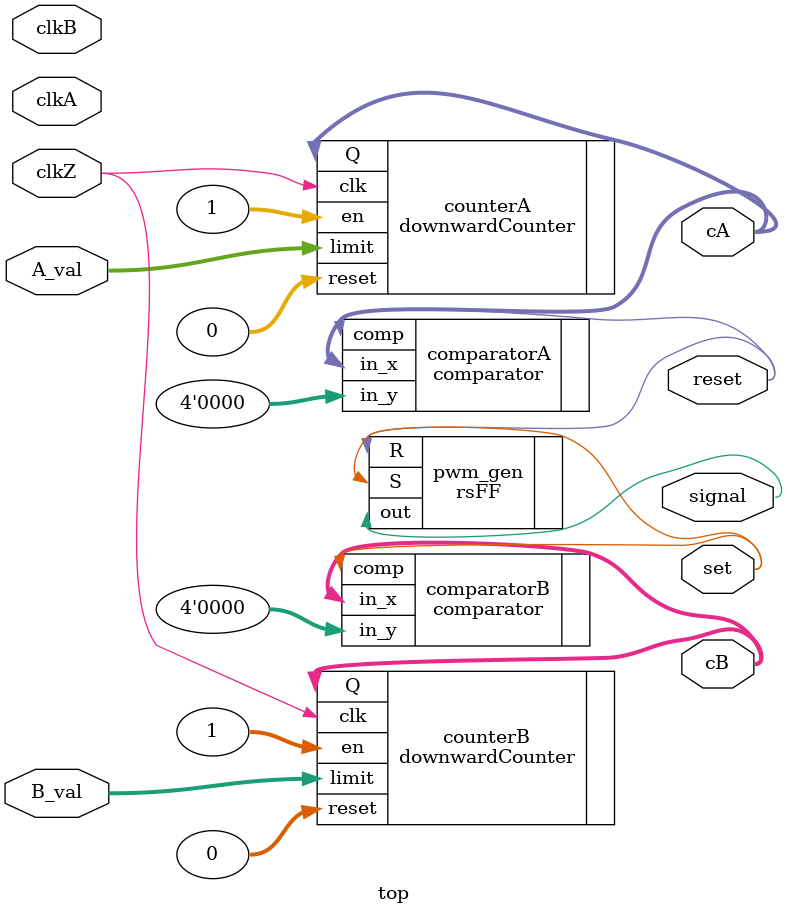
<source format=v>
module top(
    input clkZ, clkA, clkB,
    input [3:0] A_val, B_val,
    output set, reset, signal,
    output [3:0] cA, cB
);

    //===========Debugging purposes==========================//
    // output cA and cB
    //wire [3:0] cA, cB;

    // Instantiate counters
    downwardCounter #(4) counterA (.clk(clkZ), .reset(0), .en(1), .limit(A_val), .Q(cA)); 
    downwardCounter #(4) counterB (.clk(clkZ), .reset(0), .en(1), .limit(B_val), .Q(cB)); 
    
    //Instantiate comparators
    comparator comparatorA (.in_x (cA), .in_y (4'd0), .comp(reset) );
    comparator comparatorB (.in_x (cB), .in_y (4'd0), .comp(set) );

    // Instantiate RS flip flop
    rsFF pwm_gen (.S(set), .R(reset), .out(signal) );


endmodule

</source>
